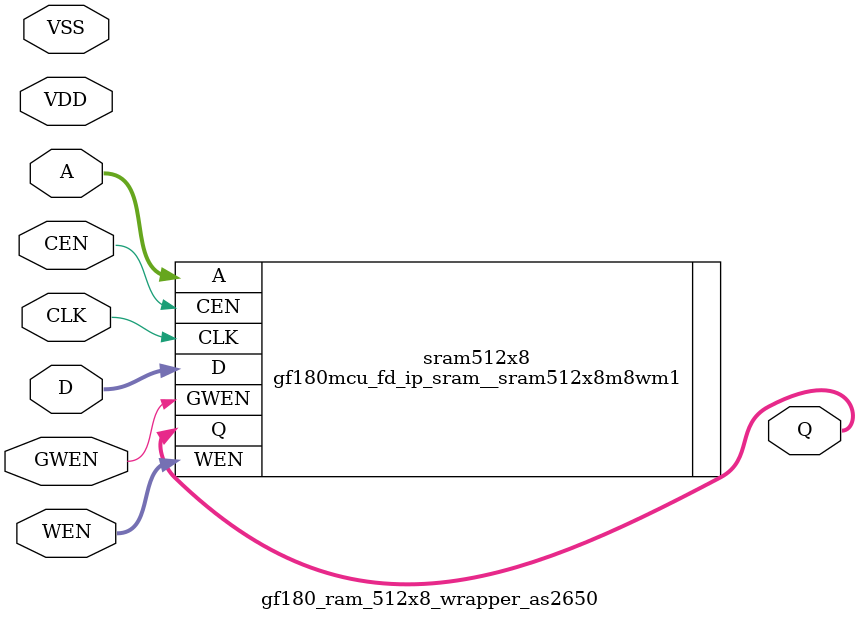
<source format=v>
module gf180_ram_512x8_wrapper_as2650 (CEN,
    CLK,
    GWEN,
    A,
    D,
    Q,
    VDD,
    VSS,
    WEN);
 input CEN;
 input CLK;
 input GWEN;
 input [8:0] A;
 input [7:0] D;
 output [7:0] Q;
 input [7:0] WEN;
 inout VDD;
 inout VSS;


 gf180mcu_fd_ip_sram__sram512x8m8wm1 sram512x8 (.CEN(CEN),
    .CLK(CLK),
    .GWEN(GWEN),
    .A({A[8],
    A[7],
    A[6],
    A[5],
    A[4],
    A[3],
    A[2],
    A[1],
    A[0]}),
    .D({D[7],
    D[6],
    D[5],
    D[4],
    D[3],
    D[2],
    D[1],
    D[0]}),
    .Q({Q[7],
    Q[6],
    Q[5],
    Q[4],
    Q[3],
    Q[2],
    Q[1],
    Q[0]}),
    .WEN({WEN[7],
    WEN[6],
    WEN[5],
    WEN[4],
    WEN[3],
    WEN[2],
    WEN[1],
    WEN[0]}));
endmodule


</source>
